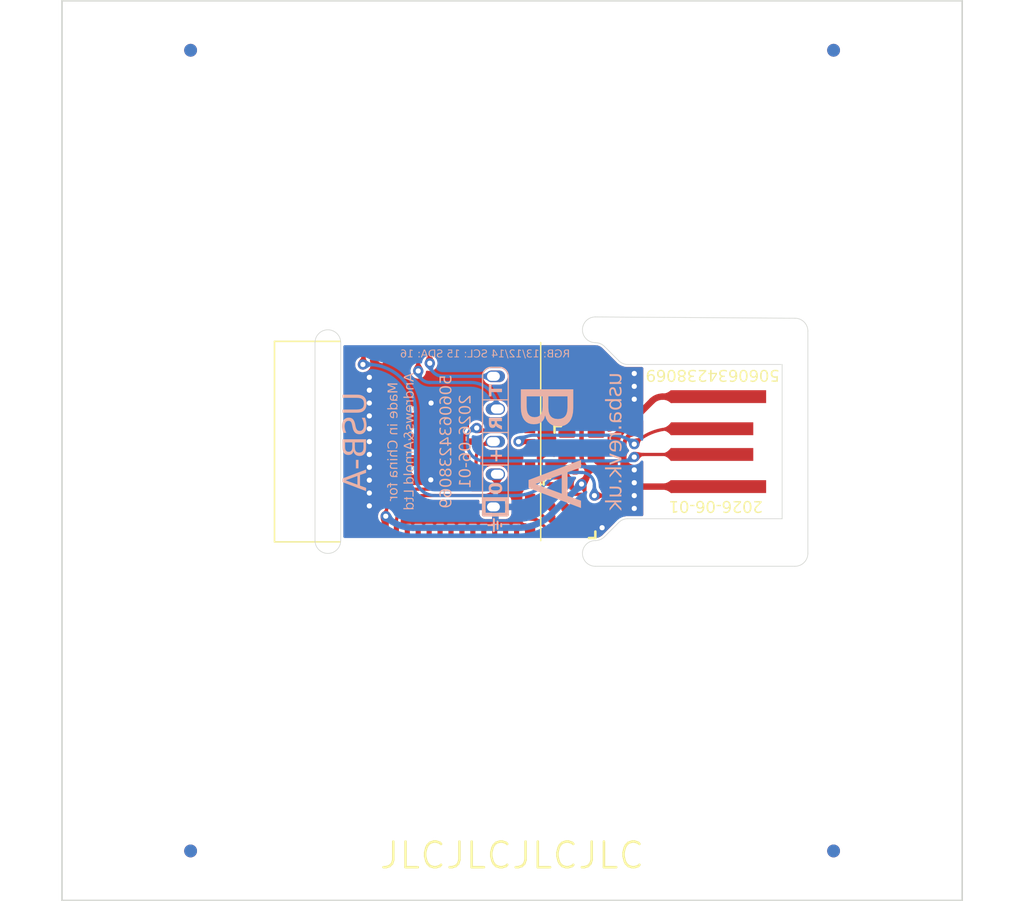
<source format=kicad_pcb>
(kicad_pcb (version 20221018) (generator pcbnew)
  (title_block (title "PCB-USBA") (rev "1") (comment 1 "www.me.uk") (comment 2 "@TheRealRevK"))
  (layers (0 "F.Cu" signal) (31 "B.Cu" signal) (34 "B.Paste" user) (35 "F.Paste" user) (36 "B.SilkS" user "B.Silkscreen") (37 "F.SilkS" user "F.Silkscreen") (38 "B.Mask" user) (39 "F.Mask" user) (44 "Edge.Cuts" user))
  (property "DATE" "2023-06-01")
  (net 0 "")
  (net 1 "Net-(D2-RK)")
  (net 2 "GND")
  (net 3 "Net-(D2-BK)")
  (net 4 "Net-(D2-GK)")
  (net 5 "Net-(U2-EN)")
  (net 6 "D-")
  (net 7 "D+")
  (net 8 "Net-(J2-0)")
  (net 10 "Net-(J2-Rx)")
  (net 11 "Net-(J2-Tx)")
  (net 17 "R")
  (net 18 "G")
  (net 19 "B")
  (net 26 "+3.3V")
  (net 34 "SDA")
  (net 35 "SCL")
  (net 38 "VBUS")
  (footprint "RevK:USB-A-PCB" (layer "F.Cu") (at 121 99.3 90)
    (fp_text reference "J1" hide)
    (fp_text value "USB_A")
    (pad "1" smd rect (at 3.5 -4.95 90) (size 1 7.41) (layers "F.Cu" "F.Mask") (net 38 "VBUS"))
    (pad "2" smd rect (at 1 -5.45 90) (size 1 6.41) (layers "F.Cu" "F.Mask") (net 6 "D-"))
    (pad "3" smd rect (at -1 -5.45 90) (size 1 6.41) (layers "F.Cu" "F.Mask") (net 7 "D+"))
    (pad "4" smd rect (at -3.5 -4.95 90) (size 1 7.41) (layers "F.Cu" "F.Mask") (net 2 "GND"))
  )
  (footprint "RevK:C_0603_" (layer "F.Cu") (at 107.9 98.345 -90)
    (fp_text reference "C6" hide)
    (fp_text value "10uF 50V")
  )
  (footprint "RevK:SOT-23-6-MD8942" (layer "F.Cu") (at 105.4 99.645 180)
    (fp_text reference "U5" hide)
    (fp_text value "MD8942")
    (fp_line (start 1.6 1.55) (end 2.1 1.55) (stroke (width 0.2)) (layer "F.SilkS"))
    (fp_line (start 2.1 1.55) (end 2.1 1.05) (stroke (width 0.2)) (layer "F.SilkS"))
    (pad "1" smd rect (at 0.7625 1.5 180) (size 0.525 0.8) (layers "F.Cu"))
    (pad "1" smd roundrect (at 0.775 2 180) (size 0.8 0.95) (layers "F.Cu" "F.Paste" "F.Mask"))
    (pad "1" smd roundrect (at 1.1375 0.95 180) (size 1.325 0.6) (layers "F.Cu" "F.Paste" "F.Mask"))
    (pad "2" smd roundrect (at 1.1375 0 180) (size 1.325 0.6) (layers "F.Cu" "F.Paste" "F.Mask") (net 2 "GND"))
    (pad "2" smd rect (at 1.8 0 180) (size 0.8 0.6) (layers "F.Cu") (net 2 "GND"))
    (pad "2" smd roundrect (at 2.5 -0.3 90) (size 0.54 0.64) (layers "F.Cu" "F.Paste" "F.Mask") (net 2 "GND"))
    (pad "2" smd roundrect (at 2.5 0 180) (size 0.95 1.125) (layers "F.Cu") (net 2 "GND"))
    (pad "2" smd roundrect (at 2.5 0.525 180) (size 0.95 0.8) (layers "F.Cu" "F.Paste" "F.Mask") (net 2 "GND"))
    (pad "3" smd roundrect (at 0.5 -1.9 180) (size 0.54 0.64) (layers "F.Cu" "F.Paste" "F.Mask"))
    (pad "3" smd rect (at 0.625 -1.355 180) (size 0.29 0.89) (layers "F.Cu"))
    (pad "3" smd roundrect (at 1.1375 -0.95 180) (size 1.325 0.6) (layers "F.Cu" "F.Paste" "F.Mask"))
    (pad "3" smd custom (at 1.98 -1.3 180) (size 0.8 0.5) (layers "F.Cu") (options (clearance outline) (anchor rect)) (primitives (gr_arc (start -0.8 0.4) (mid -0.682843 0.117157) (end -0.4 0) (width 0.5))))
    (pad "3" smd roundrect (at 2.5 -1.3 90) (size 0.54 0.64) (layers "F.Cu" "F.Paste" "F.Mask"))
    (pad "4" smd roundrect (at -2.5 -1.3 270) (size 0.54 0.64) (layers "F.Cu" "F.Paste" "F.Mask"))
    (pad "4" smd custom (at -1.9 -1.3 180) (size 0.8 0.5) (layers "F.Cu") (options (clearance outline) (anchor rect)) (primitives (gr_arc (start 0.4 0) (mid 0.682843 0.117157) (end 0.8 0.4) (width 0.5))))
    (pad "4" smd roundrect (at -1.1375 -0.95 180) (size 1.325 0.6) (layers "F.Cu" "F.Paste" "F.Mask"))
    (pad "5" smd roundrect (at -2.5 -0.3 270) (size 0.54 0.64) (layers "F.Cu" "F.Paste" "F.Mask") (net 38 "VBUS"))
    (pad "5" smd roundrect (at -2.5 0 180) (size 0.95 1.125) (layers "F.Cu") (net 38 "VBUS"))
    (pad "5" smd roundrect (at -2.5 0.525 180) (size 0.95 0.8) (layers "F.Cu" "F.Paste" "F.Mask") (net 38 "VBUS"))
    (pad "5" smd rect (at -1.8 0 180) (size 0.8 0.6) (layers "F.Cu") (net 38 "VBUS"))
    (pad "5" smd roundrect (at -1.1375 0 180) (size 1.325 0.6) (layers "F.Cu" "F.Paste" "F.Mask") (net 38 "VBUS"))
    (pad "6" smd rect (at -1.5 4.6 180) (size 1.425 3.7) (layers "F.Cu" "F.Mask"))
    (pad "6" smd rect (at -1.3 1.975 180) (size 1 2) (layers "F.Cu"))
    (pad "6" smd roundrect (at -1.1375 0.95 180) (size 1.325 0.6) (layers "F.Cu" "F.Paste" "F.Mask"))
    (pad "6" smd roundrect (at -0.775 2 180) (size 0.8 0.95) (layers "F.Cu" "F.Paste" "F.Mask"))
    (pad "7" smd roundrect (at -2.5 2.075 180) (size 0.95 0.8) (layers "F.Cu" "F.Paste" "F.Mask") (net 2 "GND"))
    (pad "8" smd roundrect (at -0.5 -1.9 180) (size 0.54 0.64) (layers "F.Cu" "F.Paste" "F.Mask") (net 26 "+3.3V"))
    (pad "8" smd custom (at 0 0.8 180) (size 0.35 3) (layers "F.Cu") (net 26 "+3.3V") (options (clearance outline) (anchor rect)) (primitives (gr_arc (start -0.5 -2.71) (mid -0.129059 -2.154847) (end 0.001198 -1.5) (width 0.35)) (gr_arc (start 1.5 3) (mid 0.43934 2.56066) (end 0 1.5) (width 0.35))))
    (pad "8" smd rect (at 1.5 4.6 180) (size 1.425 3.7) (layers "F.Cu" "F.Mask") (net 26 "+3.3V"))
    (pad "8" smd custom (at 1.8 3.6 180) (size 0.7 2) (layers "F.Cu") (net 26 "+3.3V") (options (clearance outline) (anchor rect)) (primitives (gr_arc (start 0 -1) (mid 0.146447 -1.353553) (end 0.5 -1.5) (width 0.7))))
    (pad "8" smd roundrect (at 2.5 2.075 180) (size 0.95 0.8) (layers "F.Cu" "F.Paste" "F.Mask") (net 26 "+3.3V"))
  )
  (footprint "RevK:C_0603_" (layer "F.Cu") (at 105.4 97.645 180)
    (fp_text reference "C8" hide)
    (fp_text value "100nF")
  )
  (footprint "RevK:C_0402" (layer "F.Cu") (at 107.7 103)
    (fp_text reference "C3" hide)
    (fp_text value "1uF" hide)
    (pad "1" smd roundrect (at -0.5 0) (size 0.54 0.64) (layers "F.Cu" "F.Paste" "F.Mask") (net 5 "Net-(U2-EN)"))
    (pad "2" smd roundrect (at 0.5 0) (size 0.54 0.64) (layers "F.Cu" "F.Paste" "F.Mask") (net 2 "GND"))
  )
  (footprint "RevK:R_0402" (layer "F.Cu") (at 103.6 104.4 180)
    (fp_text reference "R7" hide)
    (fp_text value "220R" hide)
    (pad "1" smd roundrect (at -0.5 0 180) (size 0.54 0.64) (layers "F.Cu" "F.Paste" "F.Mask") (net 3 "Net-(D2-BK)"))
    (pad "2" smd roundrect (at 0.5 0 180) (size 0.54 0.64) (layers "F.Cu" "F.Paste" "F.Mask") (net 19 "B"))
  )
  (footprint "RevK:R_0402_" (layer "F.Cu") (at 105.4 101.545 180)
    (fp_text reference "R9" hide)
    (fp_text value "124k" hide)
  )
  (footprint "RevK:R_0402_" (layer "F.Cu") (at 107.9 100.445 -90)
    (fp_text reference "R11" hide)
    (fp_text value "1M" hide)
  )
  (footprint "RevK:Sensirion_DFN-4_1.5x1.5mm_P0.5mm_SHT4x" (layer "F.Cu") (at 103.7 103)
    (fp_text reference "U6" hide)
    (fp_text value "SHT40")
    (fp_line (start -1.25 -0.85) (end -1.25 -0.35) (stroke (width 0.2)) (layer "F.SilkS"))
    (fp_line (start -0.75 -0.85) (end -1.25 -0.85) (stroke (width 0.2)) (layer "F.SilkS"))
    (pad "1" smd rect (at -0.7 -0.4) (size 0.5 0.3) (layers "F.Cu" "F.Paste" "F.Mask") (net 34 "SDA"))
    (pad "2" smd rect (at -0.7 0.4) (size 0.5 0.3) (layers "F.Cu" "F.Paste" "F.Mask") (net 35 "SCL"))
    (pad "3" smd rect (at 0.7 0.4) (size 0.5 0.3) (layers "F.Cu" "F.Paste" "F.Mask") (net 26 "+3.3V"))
    (pad "4" smd rect (at 0.7 -0.4) (size 0.5 0.3) (layers "F.Cu" "F.Paste" "F.Mask") (net 2 "GND"))
    (zone (net 0) (net_name "") (layer "F.Cu") (connect_pads (clearance 0)) (min_thickness 0.254)
      (keepout (tracks not_allowed) (vias not_allowed) (pads allowed) (copperpour not_allowed) (footprints allowed))
      (fill (thermal_gap 0.508) (thermal_bridge_width 0.508))
      (polygon (pts (xy 104.45 102.45) (xy 104.15 102.45) (xy 104.15 102.75) (xy 104.45 102.75) (xy 104.45 103.25) (xy 104.15 103.25) (xy 104.15 103.55) (xy 104.45 103.55) (xy 104.45 103.75) (xy 102.95 103.75) (xy 102.95 103.55) (xy 103.25 103.55) (xy 103.25 103.25) (xy 102.95 103.25) (xy 102.95 102.75) (xy 103.25 102.75) (xy 103.25 102.45) (xy 102.95 102.45) (xy 102.95 102.25) (xy 104.45 102.25)))
    )
  )
  (footprint "RevK:C_0402" (layer "F.Cu") (at 107.7 101.9)
    (fp_text reference "C1" hide)
    (fp_text value "100nF" hide)
    (pad "1" smd roundrect (at -0.5 0) (size 0.54 0.64) (layers "F.Cu" "F.Paste" "F.Mask") (net 26 "+3.3V"))
    (pad "2" smd roundrect (at 0.5 0) (size 0.54 0.64) (layers "F.Cu" "F.Paste" "F.Mask") (net 2 "GND"))
  )
  (footprint "RevK:C_0603_" (layer "F.Cu") (at 102.9 98.345 90)
    (fp_text reference "C7" hide)
    (fp_text value "10uF 6.3V")
  )
  (footprint "RevK:PCB7070" (layer "F.Cu") (at 100 100)
    (fp_text reference "PCB1" hide)
    (fp_text value "70x70")
    (fp_text user "JLCJLCJLCJLC" (at 0 31.5 unlocked) (layer "F.SilkS") (effects (font (size 2 2) (thickness 0.2))))
    (fp_line (start -35 -35) (end 35 -35) (stroke (width 0.12)) (layer "Edge.Cuts"))
    (fp_line (start -35 35) (end -35 -35) (stroke (width 0.12)) (layer "Edge.Cuts"))
    (fp_line (start 35 -35) (end 35 35) (stroke (width 0.12)) (layer "Edge.Cuts"))
    (fp_line (start 35 35) (end -35 35) (stroke (width 0.12)) (layer "Edge.Cuts"))
    (pad "" np_thru_hole circle (at -33 33) (size 1.1 1.1) (drill 1.1) (layers "F&B.Cu" "*.Mask") (clearance 0.1))
    (pad "" np_thru_hole circle (at -30 -30) (size 2 2) (drill 2) (layers "F&B.Cu" "*.Mask") (clearance 0.1))
    (pad "" np_thru_hole circle (at -30 30) (size 2 2) (drill 2) (layers "F&B.Cu" "*.Mask") (clearance 0.1))
    (pad "" np_thru_hole circle (at 30 -30) (size 2 2) (drill 2) (layers "F&B.Cu" "*.Mask") (clearance 0.1))
    (pad "" np_thru_hole circle (at 30 30) (size 2 2) (drill 2) (layers "F&B.Cu" "*.Mask") (clearance 0.1))
    (pad "" np_thru_hole circle (at 33 -33) (size 1.1 1.1) (drill 1.1) (layers "F&B.Cu" "*.Mask") (clearance 0.1))
    (pad "1" smd circle (at -25 -31.15) (size 1 1) (property pad_prop_fiducial_loc) (layers "F.Cu" "F.Paste" "F.Mask") (clearance 0.5))
    (pad "1" smd circle (at -25 -31.15) (size 1 1) (property pad_prop_fiducial_loc) (layers "B.Cu" "B.Paste" "B.Mask") (clearance 0.5))
    (pad "1" smd circle (at -25 31.15) (size 1 1) (property pad_prop_fiducial_loc) (layers "F.Cu" "F.Paste" "F.Mask") (clearance 0.5))
    (pad "1" smd circle (at -25 31.15) (size 1 1) (property pad_prop_fiducial_loc) (layers "B.Cu" "B.Paste" "B.Mask") (clearance 0.5))
    (pad "1" smd circle (at 25 -31.15) (size 1 1) (property pad_prop_fiducial_loc) (layers "F.Cu" "F.Paste" "F.Mask") (clearance 0.5))
    (pad "1" smd circle (at 25 -31.15) (size 1 1) (property pad_prop_fiducial_loc) (layers "B.Cu" "B.Paste" "B.Mask") (clearance 0.5))
    (pad "1" smd circle (at 25 31.15) (size 1 1) (property pad_prop_fiducial_loc) (layers "F.Cu" "F.Paste" "F.Mask") (clearance 0.5))
    (pad "1" smd circle (at 25 31.15) (size 1 1) (property pad_prop_fiducial_loc) (layers "B.Cu" "B.Paste" "B.Mask") (clearance 0.5))
  )
  (footprint "RevK:R_0402" (layer "F.Cu") (at 103.6 106.2 180)
    (fp_text reference "R5" hide)
    (fp_text value "2K" hide)
    (pad "1" smd roundrect (at -0.5 0 180) (size 0.54 0.64) (layers "F.Cu" "F.Paste" "F.Mask") (net 4 "Net-(D2-GK)"))
    (pad "2" smd roundrect (at 0.5 0 180) (size 0.54 0.64) (layers "F.Cu" "F.Paste" "F.Mask") (net 18 "G"))
  )
  (footprint "RevK:L_4x4_" (layer "F.Cu") (at 105.4 95.045 180)
    (fp_text reference "L2" hide)
    (fp_text value "10uH")
  )
  (footprint "RevK:R_0402" (layer "F.Cu") (at 103.6 105.3 180)
    (fp_text reference "R4" hide)
    (fp_text value "680R" hide)
    (pad "1" smd roundrect (at -0.5 0 180) (size 0.54 0.64) (layers "F.Cu" "F.Paste" "F.Mask") (net 1 "Net-(D2-RK)"))
    (pad "2" smd roundrect (at 0.5 0 180) (size 0.54 0.64) (layers "F.Cu" "F.Paste" "F.Mask") (net 17 "R"))
  )
  (footprint "RevK:R_0402" (layer "F.Cu") (at 107.2 104.5 90)
    (fp_text reference "R1" hide)
    (fp_text value "10K" hide)
    (pad "1" smd roundrect (at -0.5 0 90) (size 0.54 0.64) (layers "F.Cu" "F.Paste" "F.Mask") (net 26 "+3.3V"))
    (pad "2" smd roundrect (at 0.5 0 90) (size 0.54 0.64) (layers "F.Cu" "F.Paste" "F.Mask") (net 5 "Net-(U2-EN)"))
  )
  (footprint "RevK:ESP32-S3-MINI-1" (layer "F.Cu") (at 94.4 99.3 90)
    (fp_text reference "U2" hide)
    (fp_text value "ESP32-S3-MINI-1" hide)
    (fp_line (start -7.8 -12.875) (end -7.8 -7.775) (stroke (width 0.12)) (layer "F.SilkS"))
    (fp_line (start -7.8 -12.875) (end 7.8 -12.875) (stroke (width 0.12)) (layer "F.SilkS"))
    (fp_line (start -7.7 7.825) (end 7.7 7.825) (stroke (width 0.12)) (layer "F.SilkS"))
    (fp_line (start 7.8 -12.875) (end 7.8 -7.775) (stroke (width 0.12)) (layer "F.SilkS"))
    (pad "1" smd rect (at -7 -5.95 180) (size 0.4 0.8) (layers "F.Cu" "F.Paste" "F.Mask") (net 2 "GND"))
    (pad "2" smd rect (at -7 -5.1 180) (size 0.4 0.8) (layers "F.Cu" "F.Paste" "F.Mask") (net 2 "GND"))
    (pad "3" smd rect (at -7 -4.25 180) (size 0.4 0.8) (layers "F.Cu" "F.Paste" "F.Mask") (net 26 "+3.3V"))
    (pad "4" smd rect (at -7 -3.4 180) (size 0.4 0.8) (layers "F.Cu" "F.Paste" "F.Mask") (net 8 "Net-(J2-0)"))
    (pad "5" smd rect (at -7 -2.55 180) (size 0.4 0.8) (layers "F.Cu" "F.Paste" "F.Mask"))
    (pad "6" smd rect (at -7 -1.7 180) (size 0.4 0.8) (layers "F.Cu" "F.Paste" "F.Mask"))
    (pad "7" smd rect (at -7 -0.85 180) (size 0.4 0.8) (layers "F.Cu" "F.Paste" "F.Mask"))
    (pad "8" smd rect (at -7 0 180) (size 0.4 0.8) (layers "F.Cu" "F.Paste" "F.Mask"))
    (pad "9" smd rect (at -7 0.85 180) (size 0.4 0.8) (layers "F.Cu" "F.Paste" "F.Mask"))
    (pad "10" smd rect (at -7 1.7 180) (size 0.4 0.8) (layers "F.Cu" "F.Paste" "F.Mask"))
    (pad "11" smd rect (at -7 2.55 180) (size 0.4 0.8) (layers "F.Cu" "F.Paste" "F.Mask"))
    (pad "12" smd rect (at -7 3.4 180) (size 0.4 0.8) (layers "F.Cu" "F.Paste" "F.Mask"))
    (pad "13" smd rect (at -7 4.25 180) (size 0.4 0.8) (layers "F.Cu" "F.Paste" "F.Mask"))
    (pad "14" smd rect (at -7 5.1 180) (size 0.4 0.8) (layers "F.Cu" "F.Paste" "F.Mask"))
    (pad "15" smd rect (at -7 5.95 180) (size 0.4 0.8) (layers "F.Cu" "F.Paste" "F.Mask"))
    (pad "16" smd rect (at -5.95 7 90) (size 0.4 0.8) (layers "F.Cu" "F.Paste" "F.Mask") (net 18 "G"))
    (pad "17" smd rect (at -5.1 7 90) (size 0.4 0.8) (layers "F.Cu" "F.Paste" "F.Mask") (net 17 "R"))
    (pad "18" smd rect (at -4.25 7 90) (size 0.4 0.8) (layers "F.Cu" "F.Paste" "F.Mask") (net 19 "B"))
    (pad "19" smd rect (at -3.4 7 90) (size 0.4 0.8) (layers "F.Cu" "F.Paste" "F.Mask") (net 35 "SCL"))
    (pad "20" smd rect (at -2.55 7 90) (size 0.4 0.8) (layers "F.Cu" "F.Paste" "F.Mask") (net 34 "SDA"))
    (pad "21" smd rect (at -1.7 7 90) (size 0.4 0.8) (layers "F.Cu" "F.Paste" "F.Mask"))
    (pad "22" smd rect (at -0.85 7 90) (size 0.4 0.8) (layers "F.Cu" "F.Paste" "F.Mask"))
    (pad "23" smd rect (at 0 7 90) (size 0.4 0.8) (layers "F.Cu" "F.Paste" "F.Mask") (net 6 "D-"))
    (pad "24" smd rect (at 0.85 7 90) (size 0.4 0.8) (layers "F.Cu" "F.Paste" "F.Mask") (net 7 "D+"))
    (pad "25" smd rect (at 1.7 7 90) (size 0.4 0.8) (layers "F.Cu" "F.Paste" "F.Mask"))
    (pad "26" smd rect (at 2.55 7 90) (size 0.4 0.8) (layers "F.Cu" "F.Paste" "F.Mask"))
    (pad "27" smd rect (at 3.4 7 90) (size 0.4 0.8) (layers "F.Cu" "F.Paste" "F.Mask"))
    (pad "28" smd rect (at 4.25 7 90) (size 0.4 0.8) (layers "F.Cu" "F.Paste" "F.Mask"))
    (pad "29" smd rect (at 5.1 7 90) (size 0.4 0.8) (layers "F.Cu" "F.Paste" "F.Mask"))
    (pad "30" smd rect (at 5.95 7 90) (size 0.4 0.8) (layers "F.Cu" "F.Paste" "F.Mask"))
    (pad "31" smd rect (at 7 5.95 180) (size 0.4 0.8) (layers "F.Cu" "F.Paste" "F.Mask"))
    (pad "32" smd rect (at 7 5.1 180) (size 0.4 0.8) (layers "F.Cu" "F.Paste" "F.Mask"))
    (pad "33" smd rect (at 7 4.25 180) (size 0.4 0.8) (layers "F.Cu" "F.Paste" "F.Mask"))
    (pad "34" smd rect (at 7 3.4 180) (size 0.4 0.8) (layers "F.Cu" "F.Paste" "F.Mask"))
    (pad "35" smd rect (at 7 2.55 180) (size 0.4 0.8) (layers "F.Cu" "F.Paste" "F.Mask"))
    (pad "36" smd rect (at 7 1.7 180) (size 0.4 0.8) (layers "F.Cu" "F.Paste" "F.Mask"))
    (pad "37" smd rect (at 7 0.85 180) (size 0.4 0.8) (layers "F.Cu" "F.Paste" "F.Mask"))
    (pad "38" smd rect (at 7 0 180) (size 0.4 0.8) (layers "F.Cu" "F.Paste" "F.Mask"))
    (pad "39" smd rect (at 7 -0.85 180) (size 0.4 0.8) (layers "F.Cu" "F.Paste" "F.Mask") (net 11 "Net-(J2-Tx)"))
    (pad "40" smd rect (at 7 -1.7 180) (size 0.4 0.8) (layers "F.Cu" "F.Paste" "F.Mask") (net 10 "Net-(J2-Rx)"))
    (pad "41" smd rect (at 7 -2.55 180) (size 0.4 0.8) (layers "F.Cu" "F.Paste" "F.Mask"))
    (pad "42" smd rect (at 7 -3.4 180) (size 0.4 0.8) (layers "F.Cu" "F.Paste" "F.Mask") (net 2 "GND"))
    (pad "43" smd rect (at 7 -4.25 180) (size 0.4 0.8) (layers "F.Cu" "F.Paste" "F.Mask") (net 2 "GND"))
    (pad "44" smd rect (at 7 -5.1 180) (size 0.4 0.8) (layers "F.Cu" "F.Paste" "F.Mask"))
    (pad "45" smd rect (at 7 -5.95 180) (size 0.4 0.8) (layers "F.Cu" "F.Paste" "F.Mask") (net 5 "Net-(U2-EN)"))
    (pad "46" smd rect (at 5.95 -7 90) (size 0.4 0.8) (layers "F.Cu" "F.Paste" "F.Mask") (net 2 "GND"))
    (pad "47" smd rect (at 5.1 -7 90) (size 0.4 0.8) (layers "F.Cu" "F.Paste" "F.Mask") (net 2 "GND"))
    (pad "48" smd rect (at 4.25 -7 90) (size 0.4 0.8) (layers "F.Cu" "F.Paste" "F.Mask") (net 2 "GND"))
    (pad "49" smd rect (at 3.4 -7 90) (size 0.4 0.8) (layers "F.Cu" "F.Paste" "F.Mask") (net 2 "GND"))
    (pad "50" smd rect (at 2.55 -7 90) (size 0.4 0.8) (layers "F.Cu" "F.Paste" "F.Mask") (net 2 "GND"))
    (pad "51" smd rect (at 1.7 -7 90) (size 0.4 0.8) (layers "F.Cu" "F.Paste" "F.Mask") (net 2 "GND"))
    (pad "52" smd rect (at 0.85 -7 90) (size 0.4 0.8) (layers "F.Cu" "F.Paste" "F.Mask") (net 2 "GND"))
    (pad "53" smd rect (at 0 -7 90) (size 0.4 0.8) (layers "F.Cu" "F.Paste" "F.Mask") (net 2 "GND"))
    (pad "54" smd rect (at -0.85 -7 90) (size 0.4 0.8) (layers "F.Cu" "F.Paste" "F.Mask") (net 2 "GND"))
    (pad "55" smd rect (at -1.7 -7 90) (size 0.4 0.8) (layers "F.Cu" "F.Paste" "F.Mask") (net 2 "GND"))
    (pad "56" smd rect (at -2.55 -7 90) (size 0.4 0.8) (layers "F.Cu" "F.Paste" "F.Mask") (net 2 "GND"))
    (pad "57" smd rect (at -3.4 -7 90) (size 0.4 0.8) (layers "F.Cu" "F.Paste" "F.Mask") (net 2 "GND"))
    (pad "58" smd rect (at -4.25 -7 90) (size 0.4 0.8) (layers "F.Cu" "F.Paste" "F.Mask") (net 2 "GND"))
    (pad "59" smd rect (at -5.1 -7 90) (size 0.4 0.8) (layers "F.Cu" "F.Paste" "F.Mask") (net 2 "GND"))
    (pad "60" smd rect (at -5.95 -7 90) (size 0.4 0.8) (layers "F.Cu" "F.Paste" "F.Mask") (net 2 "GND"))
    (pad "61" smd roundrect (at -1.65 -1.65 90) (size 1.2 1.2) (layers "F.Cu" "F.Paste" "F.Mask") (roundrect_rratio 0) (chamfer_ratio 0.5) (chamfer top_left) (net 2 "GND"))
    (pad "61" smd rect (at -1.65 0 180) (size 1.2 1.2) (layers "F.Cu" "F.Paste" "F.Mask") (net 2 "GND"))
    (pad "61" smd rect (at -1.65 1.65 180) (size 1.2 1.2) (layers "F.Cu" "F.Paste" "F.Mask") (net 2 "GND"))
    (pad "61" smd rect (at 0 -1.65 90) (size 1.2 1.2) (layers "F.Cu" "F.Paste" "F.Mask") (net 2 "GND"))
    (pad "61" smd rect (at 0 0 90) (size 1.2 1.2) (layers "F.Cu" "F.Paste" "F.Mask") (net 2 "GND"))
    (pad "61" smd rect (at 0 1.65 90) (size 1.2 1.2) (layers "F.Cu" "F.Paste" "F.Mask") (net 2 "GND"))
    (pad "61" smd rect (at 1.65 -1.65 90) (size 1.2 1.2) (layers "F.Cu" "F.Paste" "F.Mask") (net 2 "GND"))
    (pad "61" smd rect (at 1.65 0 90) (size 1.2 1.2) (layers "F.Cu" "F.Paste" "F.Mask") (net 2 "GND"))
    (pad "61" smd rect (at 1.65 1.65 90) (size 1.2 1.2) (layers "F.Cu" "F.Paste" "F.Mask") (net 2 "GND"))
    (pad "62" smd rect (at -7 -7 90) (size 0.8 0.8) (layers "F.Cu" "F.Paste" "F.Mask") (net 2 "GND"))
    (pad "63" smd rect (at -7 7 90) (size 0.8 0.8) (layers "F.Cu" "F.Paste" "F.Mask") (net 2 "GND"))
    (pad "64" smd rect (at 7 7 90) (size 0.8 0.8) (layers "F.Cu" "F.Paste" "F.Mask") (net 2 "GND"))
    (pad "65" smd rect (at 7 -7 90) (size 0.8 0.8) (layers "F.Cu" "F.Paste" "F.Mask") (net 2 "GND"))
    (zone (net 0) (net_name "") (layers "F.Cu" "In1.Cu" "In2.Cu" "In3.Cu" "In4.Cu" "In5.Cu" "In6.Cu" "In7.Cu" "In8.Cu" "In9.Cu" "In10.Cu" "In11.Cu" "In12.Cu" "In13.Cu" "In14.Cu" "In15.Cu" "In16.Cu" "In17.Cu" "In18.Cu" "In19.Cu" "In20.Cu" "In21.Cu" "In22.Cu" "In23.Cu" "In24.Cu" "In25.Cu" "In26.Cu" "In27.Cu" "In28.Cu" "In29.Cu" "In30.Cu") (connect_pads (clearance 0)) (min_thickness 0.01)
      (keepout (tracks not_allowed) (vias not_allowed) (pads not_allowed) (copperpour not_allowed) (footprints not_allowed))
      (fill (thermal_gap 0.508) (thermal_bridge_width 0.508))
      (polygon (pts (xy 81.625 107) (xy 81.625 91.6) (xy 86.675 91.6) (xy 86.675 107)))
    )
    (zone (net 0) (net_name "") (layer "B.Cu") (connect_pads (clearance 0)) (min_thickness 0.01)
      (keepout (tracks not_allowed) (vias not_allowed) (pads not_allowed) (copperpour not_allowed) (footprints not_allowed))
      (fill (thermal_gap 0.508) (thermal_bridge_width 0.508))
      (polygon (pts (xy 81.55 107) (xy 81.55 91.6) (xy 86.2 91.6) (xy 86.2 107)))
    )
  )
  (footprint "RevK:R_0402_" (layer "F.Cu") (at 102.9 100.445 90)
    (fp_text reference "R10" hide)
    (fp_text value "39k2" hide)
  )
  (footprint "RevK:C_0402" (layer "F.Cu") (at 108.1 104.5 90)
    (fp_text reference "C2" hide)
    (fp_text value "22uF" hide)
    (pad "1" smd roundrect (at -0.5 0 90) (size 0.54 0.64) (layers "F.Cu" "F.Paste" "F.Mask") (net 26 "+3.3V"))
    (pad "2" smd roundrect (at 0.5 0 90) (size 0.54 0.64) (layers "F.Cu" "F.Paste" "F.Mask") (net 2 "GND"))
  )
  (footprint "RevK:LED-RGB-1.6x1.6" (layer "F.Cu") (at 105.45 105.3 90)
    (fp_text reference "D2" hide)
    (fp_text value "RGB")
    (fp_line (start -1.5 0.525) (end -1.5 1.025) (stroke (width 0.2)) (layer "F.SilkS"))
    (fp_line (start -1.5 1.025) (end -1 1.025) (stroke (width 0.2)) (layer "F.SilkS"))
    (pad "1" smd rect (at -0.8 0.45 90) (size 0.8 0.55) (layers "F.Cu" "F.Paste" "F.Mask") (net 1 "Net-(D2-RK)"))
    (pad "2" smd rect (at -0.8 -0.45 90) (size 0.8 0.55) (layers "F.Cu" "F.Paste" "F.Mask") (net 4 "Net-(D2-GK)"))
    (pad "3" smd rect (at 0.8 -0.45 90) (size 0.8 0.55) (layers "F.Cu" "F.Paste" "F.Mask") (net 3 "Net-(D2-BK)"))
    (pad "4" smd rect (at 0.8 0.45 90) (size 0.8 0.55) (layers "F.Cu" "F.Paste" "F.Mask") (net 26 "+3.3V"))
  )
  (footprint "RevK:VCUT70" (layer "B.Cu") (at 100 107)
    (fp_text reference "V2" hide)
    (fp_text value "70")
    (zone (net 0) (net_name "") (layers "F.Cu" "Cmts.User") (connect_pads (clearance 0)) (min_thickness 0.25)
      (keepout (tracks not_allowed) (vias not_allowed) (pads not_allowed) (copperpour not_allowed) (footprints allowed))
      (fill (thermal_gap 0.5) (thermal_bridge_width 0.5))
      (polygon (pts (xy 135 106.8) (xy 135 107.2) (xy 65 107.2) (xy 65 106.8)))
    )
    (zone (net 0) (net_name "") (layers "B.Cu" "Cmts.User") (connect_pads (clearance 0)) (min_thickness 0.25)
      (keepout (tracks not_allowed) (vias not_allowed) (pads not_allowed) (copperpour not_allowed) (footprints allowed))
      (fill (thermal_gap 0.5) (thermal_bridge_width 0.5))
      (polygon (pts (xy 135 106.8) (xy 135 107.2) (xy 65 107.2) (xy 65 106.8)))
    )
  )
  (footprint "RevK:VCUT70" (layer "B.Cu") (at 100 91.6 180)
    (fp_text reference "V1" hide)
    (fp_text value "70")
    (zone (net 0) (net_name "") (layers "F.Cu" "Cmts.User") (connect_pads (clearance 0)) (min_thickness 0.25)
      (keepout (tracks not_allowed) (vias not_allowed) (pads not_allowed) (copperpour not_allowed) (footprints allowed))
      (fill (thermal_gap 0.5) (thermal_bridge_width 0.5))
      (polygon (pts (xy 65 91.8) (xy 65 91.4) (xy 135 91.4) (xy 135 91.8)))
    )
    (zone (net 0) (net_name "") (layers "B.Cu" "Cmts.User") (connect_pads (clearance 0)) (min_thickness 0.25)
      (keepout (tracks not_allowed) (vias not_allowed) (pads not_allowed) (copperpour not_allowed) (footprints allowed))
      (fill (thermal_gap 0.5) (thermal_bridge_width 0.5))
      (polygon (pts (xy 65 91.8) (xy 65 91.4) (xy 135 91.4) (xy 135 91.8)))
    )
  )
  (footprint "RevK:Shelly" (layer "B.Cu") (at 98.7 99.3 -90)
    (fp_text reference "J2" hide)
    (fp_text value "Shelly" hide)
    (fp_text user "+" (at 1.0975 -0.1 90 unlocked) (layer "B.SilkS") (effects (font (thickness 0.1) bold) (justify mirror)))
    (fp_text user "0" (at 3.6375 -0.1 90 unlocked) (layer "B.SilkS") (effects (font (thickness 0.1) bold) (justify mirror)))
    (fp_text user "⏚" (at 6.5 0 -270 unlocked) (layer "B.SilkS") (effects (justify mirror)))
    (fp_text user "R" (at -1.4425 -0.1 90 unlocked) (layer "B.SilkS") (effects (font (thickness 0.1) bold) (justify mirror)))
    (fp_text user "T" (at -3.9825 -0.1 90 unlocked) (layer "B.SilkS") (effects (font (thickness 0.1) bold) (justify mirror)))
    (fp_line (start -5.78 0.3) (end -5.78 -0.3) (stroke (width 0.1)) (layer "B.SilkS"))
    (fp_line (start -5.08 1) (end 4.52 1) (stroke (width 0.1)) (layer "B.SilkS"))
    (fp_line (start -3.25 -1) (end -3.25 1) (stroke (width 0.1)) (layer "B.SilkS"))
    (fp_line (start -0.71 -1) (end -0.71 1) (stroke (width 0.1)) (layer "B.SilkS"))
    (fp_line (start 1.83 -1) (end 1.83 1) (stroke (width 0.1)) (layer "B.SilkS"))
    (fp_line (start 4.475 0.905) (end 4.475 -0.905) (stroke (width 0.29)) (layer "B.SilkS"))
    (fp_line (start 4.52 -1) (end -5.08 -1) (stroke (width 0.1)) (layer "B.SilkS"))
    (fp_line (start 4.52 -0.905) (end 5.685 -0.905) (stroke (width 0.29)) (layer "B.SilkS"))
    (fp_line (start 4.55 0.905) (end 5.685 0.905) (stroke (width 0.29)) (layer "B.SilkS"))
    (fp_line (start 5.685 0.905) (end 5.685 -0.905) (stroke (width 0.29)) (layer "B.SilkS"))
    (fp_arc (start -5.78 -0.3) (mid -5.574974 -0.794974) (end -5.08 -1) (stroke (width 0.1)) (layer "B.SilkS"))
    (fp_arc (start -5.08 1) (mid -5.574974 0.794974) (end -5.78 0.3) (stroke (width 0.1)) (layer "B.SilkS"))
    (pad "1" thru_hole rect (at 5.08 0.15) (size 1.5 0.9) (drill oval 1 0.7 (offset 0.15 0)) (layers "*.Cu" "*.Mask") (net 2 "GND"))
    (pad "2" thru_hole oval (at 2.54 -0.15) (size 1.5 0.9) (drill oval 1 0.7 (offset -0.15 0)) (layers "*.Cu" "*.Mask") (net 8 "Net-(J2-0)"))
    (pad "3" thru_hole oval (at 0 0.15) (size 1.5 0.9) (drill oval 1 0.7 (offset 0.15 0)) (layers "*.Cu" "*.Mask") (net 26 "+3.3V"))
    (pad "4" thru_hole oval (at -2.54 -0.15) (size 1.5 0.9) (drill oval 1 0.7 (offset -0.15 0)) (layers "*.Cu" "*.Mask") (net 10 "Net-(J2-Rx)"))
    (pad "5" thru_hole oval (at -5.08 0.15) (size 1.5 0.9) (drill oval 1 0.7 (offset 0.15 0)) (layers "*.Cu" "*.Mask") (net 11 "Net-(J2-Tx)"))
  )
  (gr_arc (start 122 89.7) (mid 122.707107 89.992893) (end 123 90.7) (stroke (width 0.05)) (layer "Edge.Cuts"))
  (gr_arc (start 109 93.3) (mid 108.617317 93.22388) (end 108.292893 93.007107) (stroke (width 0.05)) (layer "Edge.Cuts"))
  (gr_line (start 123 90.7) (end 123 108) (stroke (width 0.05)) (layer "Edge.Cuts"))
  (gr_arc (start 84.675 91.6) (mid 85.675 90.6) (end 86.675 91.6) (stroke (width 0.05)) (layer "Edge.Cuts"))
  (gr_line (start 121 93.3) (end 121 105.3) (stroke (width 0.05)) (layer "Edge.Cuts"))
  (gr_arc (start 106.471572 109) (mid 105.4716 108) (end 106.471572 107) (stroke (width 0.05)) (layer "Edge.Cuts"))
  (gr_line (start 106.471572 109) (end 122 109) (stroke (width 0.05)) (layer "Edge.Cuts"))
  (gr_line (start 109 105.3) (end 121 105.3) (stroke (width 0.05)) (layer "Edge.Cuts"))
  (gr_arc (start 108.292893 105.592893) (mid 108.617316 105.37612) (end 109 105.3) (stroke (width 0.05)) (layer "Edge.Cuts"))
  (gr_line (start 86.675 91.6) (end 86.675 107) (stroke (width 0.05)) (layer "Edge.Cuts"))
  (gr_arc (start 123 108) (mid 122.707107 108.707107) (end 122 109) (stroke (width 0.05)) (layer "Edge.Cuts"))
  (gr_line (start 109 93.3) (end 121 93.3) (stroke (width 0.05)) (layer "Edge.Cuts"))
  (gr_arc (start 106.471572 91.6) (mid 105.4716 90.6) (end 106.471572 89.6) (stroke (width 0.05)) (layer "Edge.Cuts"))
  (gr_arc (start 106.471572 91.6) (mid 106.854261 91.676111) (end 107.178679 91.892893) (stroke (width 0.05)) (layer "Edge.Cuts"))
  (gr_arc (start 107.178679 106.707107) (mid 106.854254 106.923871) (end 106.471572 107) (stroke (width 0.05)) (layer "Edge.Cuts"))
  (gr_line (start 108.292893 105.592893) (end 107.178679 106.707107) (stroke (width 0.05)) (layer "Edge.Cuts"))
  (gr_line (start 107.178679 91.892893) (end 108.292893 93.007107) (stroke (width 0.05)) (layer "Edge.Cuts"))
  (gr_line (start 84.675 91.6) (end 84.675 107) (stroke (width 0.05)) (layer "Edge.Cuts"))
  (gr_arc (start 86.675 107) (mid 85.675 108) (end 84.675 107) (stroke (width 0.05)) (layer "Edge.Cuts"))
  (gr_line (start 106.471572 89.6) (end 122 89.7) (stroke (width 0.05)) (layer "Edge.Cuts"))
  (gr_text "Made in China for\nAndrews&Arnold Ltd" (at 91.4 99.3 90) (layer "B.SilkS") (effects (font (size 0.75 0.75)) (justify mirror)))
  (gr_text "RGB: 13/12/14 SCL: 15 SDA: 16" (at 104.5 92.5) (layer "B.SilkS") (effects (font (size 0.6 0.6) (thickness 0.1)) (justify left mirror)))
  (gr_text "B" (at 103.1 96.6 90) (layer "B.SilkS") (effects (font (size 4 4)) (justify mirror)))
  (gr_text "A" (at 103.7 102.6 90) (layer "B.SilkS") (effects (font (size 4 4)) (justify mirror)))
  (gr_text "USB-A" (at 87.9 99.3 90) (layer "B.SilkS") (effects (font (size 1.8 1.8)) (justify mirror)))
  (gr_text "usba.revk.uk" (at 108 99.3 90) (layer "B.SilkS") (effects (font (size 1.2 1.2)) (justify mirror)))
  (gr_text "5060634238069" (at 94.9 99.3 90) (layer "B.SilkS") (effects (font (size 0.9 0.9) (thickness 0.1)) (justify mirror)))
  (gr_text "${CURRENT_DATE}" (at 96.4 99.3 90) (layer "B.SilkS") (effects (font (size 0.9 0.9)) (justify mirror)))
  (gr_text "5060634238069" (at 120.8 94.1 180) (layer "F.SilkS") (effects (font (size 0.9 0.9) (thickness 0.1)) (justify left)))
  (gr_text "${CURRENT_DATE}" (at 119.5 104.3 180) (layer "F.SilkS") (effects (font (size 0.9 0.9)) (justify left)))
  (segment (start 104.1 105.3) (end 105.3 105.3) (width 0.25) (layer "F.Cu") (net 1))
  (arc (start 105.9 105.9) (mid 105.724264 105.475736) (end 105.3 105.3) (width 0.25) (layer "F.Cu") (net 1))
  (segment (start 109.8 102.8) (end 109.5 102.5) (width 0.5) (layer "F.Cu") (net 2))
  (segment (start 116.05 102.8) (end 109.8 102.8) (width 0.5) (layer "F.Cu") (net 2))
  (segment (start 109.5 102.5) (end 109.2 102.8) (width 0.5) (layer "F.Cu") (net 2))
  (segment (start 109.2 102.8) (end 108.682842 102.8) (width 0.5) (layer "F.Cu") (net 2))
  (via (at 88.9 100.3) (size 0.8) (drill 0.4) (layers "F.Cu" "B.Cu") (net 2))
  (via (at 93.677594 102.275) (size 0.8) (drill 0.4) (layers "F.Cu" "B.Cu") (net 2))
  (via (at 109.5 101.5) (size 0.8) (drill 0.4) (layers "F.Cu" "B.Cu") (net 2))
  (via (at 88.9 96.3) (size 0.8) (drill 0.4) (layers "F.Cu" "B.Cu") (net 2))
  (via (at 93.7 96.3) (size 0.8) (drill 0.4) (layers "F.Cu" "B.Cu") (net 2))
  (via (at 88.9 98.3) (size 0.8) (drill 0.4) (layers "F.Cu" "B.Cu") (net 2))
  (via (at 88.9 94.3) (size 0.8) (drill 0.4) (layers "F.Cu" "B.Cu") (net 2))
  (via (at 88.9 103.3) (size 0.8) (drill 0.4) (layers "F.Cu" "B.Cu") (net 2))
  (via (at 109.5 95) (size 0.8) (drill 0.4) (layers "F.Cu" "B.Cu") (net 2))
  (via (at 109.5 104.5) (size 0.8) (drill 0.4) (layers "F.Cu" "B.Cu") (net 2))
  (via (at 88.9 95.3) (size 0.8) (drill 0.4) (layers "F.Cu" "B.Cu") (net 2))
  (via (at 88.9 97.3) (size 0.8) (drill 0.4) (layers "F.Cu" "B.Cu") (net 2))
  (via (at 109.5 96) (size 0.8) (drill 0.4) (layers "F.Cu" "B.Cu") (net 2))
  (via (at 88.9 99.3) (size 0.8) (drill 0.4) (layers "F.Cu" "B.Cu") (net 2))
  (via (at 88.9 102.3) (size 0.8) (drill 0.4) (layers "F.Cu" "B.Cu") (net 2))
  (via (at 107 106) (size 0.8) (drill 0.4) (layers "F.Cu" "B.Cu") (net 2))
  (via (at 109.5 102.5) (size 0.8) (drill 0.4) (layers "F.Cu" "B.Cu") (net 2))
  (via (at 109.5 103.5) (size 0.8) (drill 0.4) (layers "F.Cu" "B.Cu") (net 2))
  (via (at 88.9 101.3) (size 0.8) (drill 0.4) (layers "F.Cu" "B.Cu") (net 2))
  (via (at 109.5 94) (size 0.8) (drill 0.4) (layers "F.Cu" "B.Cu") (net 2))
  (via (at 88.9 104.3) (size 0.8) (drill 0.4) (layers "F.Cu" "B.Cu") (net 2))
  (arc (start 108.682842 102.8) (mid 108.42153 102.851978) (end 108.2 103) (width 0.5) (layer "F.Cu") (net 2))
  (segment (start 104.1 104.4) (end 104.9 104.4) (width 0.25) (layer "F.Cu") (net 3))
  (segment (start 104.1 106.2) (end 104.9 106.2) (width 0.25) (layer "F.Cu") (net 4))
  (segment (start 107.2 103.5) (end 107.2 103) (width 0.25) (layer "F.Cu") (net 5))
  (segment (start 107.2 103.5) (end 106.4 103.5) (width 0.25) (layer "F.Cu") (net 5))
  (segment (start 88.399502 93.3) (end 88.45 93.249502) (width 0.25) (layer "F.Cu") (net 5))
  (segment (start 88.45 93.249502) (end 88.45 92.3) (width 0.25) (layer "F.Cu") (net 5))
  (segment (start 107.2 104) (end 107.2 103.5) (width 0.25) (layer "F.Cu") (net 5))
  (via (at 88.399502 93.3) (size 0.8) (drill 0.4) (layers "F.Cu" "B.Cu") (net 5))
  (via (at 106.4 103.5) (size 0.8) (drill 0.4) (layers "F.Cu" "B.Cu") (net 5))
  (segment (start 104.537883 101.7) (end 105.4 101.7) (width 0.25) (layer "B.Cu") (net 5))
  (segment (start 88.399502 93.3) (end 88.8 93.3) (width 0.25) (layer "B.Cu") (net 5))
  (segment (start 92.5 97) (end 92.5 102) (width 0.25) (layer "B.Cu") (net 5))
  (segment (start 106.4 102.7) (end 106.4 103.5) (width 0.25) (layer "B.Cu") (net 5))
  (segment (start 100.1923 103.5) (end 94 103.5) (width 0.25) (layer "B.Cu") (net 5))
  (arc (start 105.4 101.7) (mid 106.107107 101.992893) (end 106.4 102.7) (width 0.25) (layer "B.Cu") (net 5))
  (arc (start 102.743329 102.443329) (mid 103.566677 101.893186) (end 104.537883 101.7) (width 0.25) (layer "B.Cu") (net 5))
  (arc (start 102.743329 102.443329) (mid 101.572908 103.22538) (end 100.1923 103.5) (width 0.25) (layer "B.Cu") (net 5))
  (arc (start 92.5 102) (mid 92.93934 103.06066) (end 94 103.5) (width 0.25) (layer "B.Cu") (net 5))
  (arc (start 88.8 93.3) (mid 91.416295 94.383705) (end 92.5 97) (width 0.25) (layer "B.Cu") (net 5))
  (segment (start 115.55 98.3) (end 112.397056 98.3) (width 0.25) (layer "F.Cu") (net 6))
  (segment (start 100.5 99.3) (end 101.4 99.3) (width 0.25) (layer "F.Cu") (net 6))
  (via (at 109.5 99.5) (size 0.8) (drill 0.4) (layers "F.Cu" "B.Cu") (net 6))
  (via (at 100.5 99.3) (size 0.8) (drill 0.4) (layers "F.Cu" "B.Cu") (net 6))
  (arc (start 112.397056 98.3) (mid 110.829181 98.61187) (end 109.5 99.5) (width 0.25) (layer "F.Cu") (net 6))
  (segment (start 107 98.8) (end 101.707106 98.8) (width 0.25) (layer "B.Cu") (net 6))
  (segment (start 107.810051 98.8) (end 107 98.8) (width 0.25) (layer "B.Cu") (net 6))
  (arc (start 101.707106 98.8) (mid 101.053825 98.929946) (end 100.5 99.3) (width 0.25) (layer "B.Cu") (net 6))
  (arc (start 109.5 99.5) (mid 108.724645 98.981924) (end 107.810051 98.8) (width 0.25) (layer "B.Cu") (net 6))
  (segment (start 97.757814 98.45) (end 101.4 98.45) (width 0.25) (layer "F.Cu") (net 7))
  (segment (start 115.55 100.3) (end 109.982842 100.3) (width 0.25) (layer "F.Cu") (net 7))
  (via (at 97.249502 98.23945) (size 0.8) (drill 0.4) (layers "F.Cu" "B.Cu") (net 7))
  (via (at 109.5 100.5) (size 0.8) (drill 0.4) (layers "F.Cu" "B.Cu") (net 7))
  (arc (start 109.982842 100.3) (mid 109.72153 100.351978) (end 109.5 100.5) (width 0.25) (layer "F.Cu") (net 7))
  (arc (start 97.249502 98.23945) (mid 97.482717 98.39528) (end 97.757814 98.45) (width 0.25) (layer "F.Cu") (net 7))
  (segment (start 108.775736 100.8) (end 97.828377 100.8) (width 0.25) (layer "B.Cu") (net 7))
  (segment (start 96.528377 99.5) (end 96.528377 98.960575) (width 0.25) (layer "B.Cu") (net 7))
  (arc (start 96.528377 98.960575) (mid 96.73959 98.450663) (end 97.249502 98.23945) (width 0.25) (layer "B.Cu") (net 7))
  (arc (start 97.828377 100.8) (mid 96.909138 100.419239) (end 96.528377 99.5) (width 0.25) (layer "B.Cu") (net 7))
  (arc (start 109.5 100.5) (mid 109.167705 100.722032) (end 108.775736 100.8) (width 0.25) (layer "B.Cu") (net 7))
  (segment (start 98.85 102.45) (end 98.85 101.84) (width 0.25) (layer "F.Cu") (net 8))
  (segment (start 91 106.3) (end 91 105.65) (width 0.25) (layer "F.Cu") (net 8))
  (segment (start 93.15 103.5) (end 97.8 103.5) (width 0.25) (layer "F.Cu") (net 8))
  (arc (start 97.8 103.5) (mid 98.542462 103.192462) (end 98.85 102.45) (width 0.25) (layer "F.Cu") (net 8))
  (arc (start 91 105.65) (mid 91.62972 104.12972) (end 93.15 103.5) (width 0.25) (layer "F.Cu") (net 8))
  (segment (start 92.7 93.8) (end 92.7 92.3) (width 0.25) (layer "F.Cu") (net 10))
  (via (at 92.7 93.8) (size 0.8) (drill 0.4) (layers "F.Cu" "B.Cu") (net 10))
  (segment (start 93.6 94.7) (end 96.79 94.7) (width 0.25) (layer "B.Cu") (net 10))
  (arc (start 96.79 94.7) (mid 98.24664 95.30336) (end 98.85 96.76) (width 0.25) (layer "B.Cu") (net 10))
  (arc (start 92.7 93.8) (mid 92.963604 94.436396) (end 93.6 94.7) (width 0.25) (layer "B.Cu") (net 10))
  (segment (start 93.6 93.2) (end 93.55 93.15) (width 0.25) (layer "F.Cu") (net 11))
  (segment (start 93.55 93.15) (end 93.55 92.3) (width 0.25) (layer "F.Cu") (net 11))
  (via (at 93.6 93.2) (size 0.8) (drill 0.4) (layers "F.Cu" "B.Cu") (net 11))
  (segment (start 98.55 94.22) (end 94.62 94.22) (width 0.25) (layer "B.Cu") (net 11))
  (arc (start 94.62 94.22) (mid 93.898751 93.921249) (end 93.6 93.2) (width 0.25) (layer "B.Cu") (net 11))
  (segment (start 103.1 105.3) (end 102.882842 105.3) (width 0.25) (layer "F.Cu") (net 17))
  (segment (start 102.4 105.1) (end 101.912132 104.612132) (width 0.25) (layer "F.Cu") (net 17))
  (arc (start 102.882842 105.3) (mid 102.62153 105.248022) (end 102.4 105.1) (width 0.25) (layer "F.Cu") (net 17))
  (arc (start 101.912132 104.612132) (mid 101.677165 104.455131) (end 101.4 104.4) (width 0.25) (layer "F.Cu") (net 17))
  (segment (start 102.587868 105.987868) (end 102.168198 105.568198) (width 0.25) (layer "F.Cu") (net 18))
  (arc (start 103.1 106.2) (mid 102.822836 106.144869) (end 102.587868 105.987868) (width 0.25) (layer "F.Cu") (net 18))
  (arc (start 102.168198 105.568198) (mid 101.815746 105.332696) (end 101.4 105.25) (width 0.25) (layer "F.Cu") (net 18))
  (segment (start 102.4 104.2) (end 101.997488 103.797488) (width 0.25) (layer "F.Cu") (net 19))
  (segment (start 103.1 104.4) (end 102.882842 104.4) (width 0.25) (layer "F.Cu") (net 19))
  (arc (start 101.997488 103.797488) (mid 101.723359 103.61432) (end 101.4 103.55) (width 0.25) (layer "F.Cu") (net 19))
  (arc (start 102.882842 104.4) (mid 102.62153 104.348022) (end 102.4 104.2) (width 0.25) (layer "F.Cu") (net 19))
  (segment (start 97.2 101.6) (end 97.2 100.65) (width 0.25) (layer "F.Cu") (net 26))
  (segment (start 105.4 102.6) (end 105.507555 102.492445) (width 0.5) (layer "F.Cu") (net 26))
  (segment (start 105.54255 102.742549) (end 105.4 102.6) (width 0.25) (layer "F.Cu") (net 26))
  (segment (start 105.649189 103.4) (end 105.649189 103.9) (width 0.25) (layer "F.Cu") (net 26))
  (segment (start 104.4 103.4) (end 105.649189 103.4) (width 0.25) (layer "F.Cu") (net 26))
  (segment (start 90.15 106.3) (end 90.15 105.127531) (width 0.5) (layer "F.Cu") (net 26))
  (segment (start 92.277531 103) (end 95.8 103) (width 0.25) (layer "F.Cu") (net 26))
  (segment (start 105.649189 103) (end 105.649189 103.4) (width 0.25) (layer "F.Cu") (net 26))
  (segment (start 90.15 105.127531) (end 90.175 105.102531) (width 0.5) (layer "F.Cu") (net 26))
  (segment (start 106.342955 101.545) (end 105.9 101.545) (width 0.25) (layer "F.Cu") (net 26))
  (segment (start 107.2 105) (end 108.1 105) (width 0.25) (layer "F.Cu") (net 26))
  (via (at 90.175 105.102531) (size 0.8) (drill 0.4) (layers "F.Cu" "B.Cu") (net 26))
  (via (at 105.4 102.6) (size 0.8) (drill 0.4) (layers "F.Cu" "B.Cu") (net 26))
  (arc (start 107.2 101.9) (mid 106.806785 101.637262) (end 106.342955 101.545) (width 0.25) (layer "F.Cu") (net 26))
  (arc (start 107.107106 105) (mid 106.453825 104.870054) (end 105.9 104.5) (width 0.25) (layer "F.Cu") (net 26))
  (arc (start 90.175 105.102531) (mid 90.790817 103.615817) (end 92.277531 103) (width 0.25) (layer "F.Cu") (net 26))
  (arc (start 95.8 103) (mid 96.789949 102.589949) (end 97.2 101.6) (width 0.25) (layer "F.Cu") (net 26))
  (arc (start 105.507555 102.492445) (mid 105.798007 102.057754) (end 105.9 101.545) (width 0.5) (layer "F.Cu") (net 26))
  (arc (start 105.896103 104.496103) (mid 105.71336 104.222609) (end 105.649189 103.9) (width 0.25) (layer "F.Cu") (net 26))
  (arc (start 105.649189 103) (mid 105.621474 102.860669) (end 105.54255 102.742549) (width 0.25) (layer "F.Cu") (net 26))
  (arc (start 97.2 100.65) (mid 97.595406 99.695406) (end 98.55 99.3) (width 0.25) (layer "F.Cu") (net 26))
  (segment (start 105.4 102.6) (end 103.06066 104.93934) (width 0.5) (layer "B.Cu") (net 26))
  (segment (start 90.204473 105.132005) (end 90.175 105.102531) (width 0.5) (layer "B.Cu") (net 26))
  (segment (start 100.5 106) (end 92.3 106) (width 0.5) (layer "B.Cu") (net 26))
  (arc (start 103.06066 104.93934) (mid 101.885819 105.724344) (end 100.5 106) (width 0.5) (layer "B.Cu") (net 26))
  (arc (start 92.3 106) (mid 91.165909 105.774415) (end 90.204473 105.132005) (width 0.5) (layer "B.Cu") (net 26))
  (segment (start 102.3 102.4) (end 101.997487 102.097487) (width 0.25) (layer "F.Cu") (net 34))
  (segment (start 103 102.6) (end 102.782842 102.6) (width 0.25) (layer "F.Cu") (net 34))
  (arc (start 101.997487 102.097487) (mid 101.723358 101.91432) (end 101.4 101.85) (width 0.25) (layer "F.Cu") (net 34))
  (arc (start 102.782842 102.6) (mid 102.52153 102.548022) (end 102.3 102.4) (width 0.25) (layer "F.Cu") (net 34))
  (segment (start 103 103.4) (end 102.782842 103.4) (width 0.25) (layer "F.Cu") (net 35))
  (segment (start 102.3 103.2) (end 102.082843 102.982843) (width 0.25) (layer "F.Cu") (net 35))
  (arc (start 102.082843 102.982843) (mid 101.769552 102.773508) (end 101.4 102.7) (width 0.25) (layer "F.Cu") (net 35))
  (arc (start 102.782842 103.4) (mid 102.52153 103.348022) (end 102.3 103.2) (width 0.25) (layer "F.Cu") (net 35))
  (segment (start 111.7 95.8) (end 116.05 95.8) (width 0.5) (layer "F.Cu") (net 38))
  (segment (start 107.9 99.12) (end 110.880589 96.139411) (width 0.5) (layer "F.Cu") (net 38))
  (arc (start 110.880589 96.139411) (mid 111.256538 95.88821) (end 111.7 95.8) (width 0.5) (layer "F.Cu") (net 38))
  (zone (net 2) (net_name "GND") (layers "F&B.Cu") (connect_pads thru_hole_only (clearance 0.2)) (min_thickness 0.2) (fill yes (thermal_gap 0.5) (thermal_bridge_width 0.5))
    (polygon (pts (xy 110.2 91.6) (xy 110.2 107) (xy 86.7 107) (xy 86.7 91.6)))
  )
)
</source>
